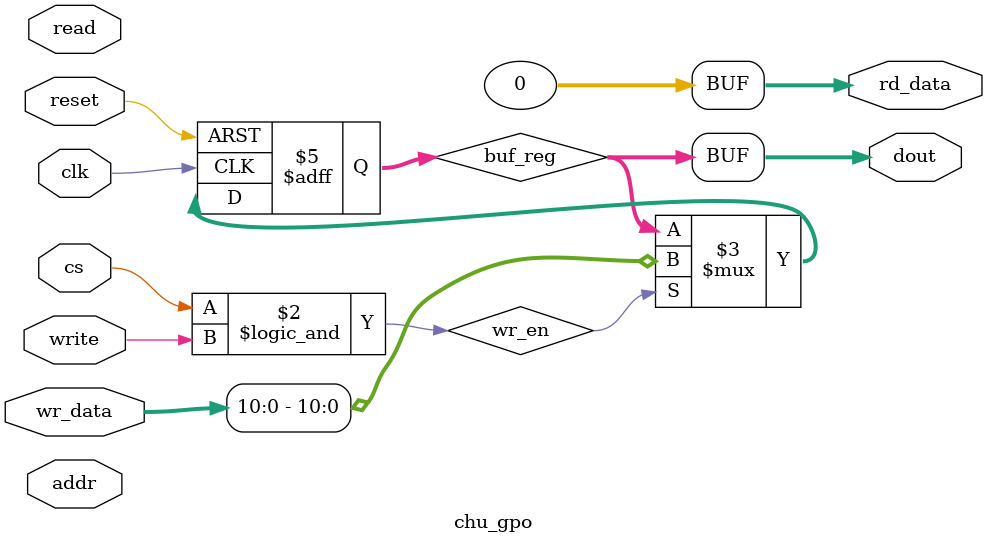
<source format=sv>
module chu_gpo
   #(parameter W = 8)  // width of output port
   (
    input  logic clk,
    input  logic reset,
    // slot interface
    input  logic cs,
    input  logic read,
    input  logic write,
    input  logic [4:0] addr,
    input  logic [31:0] wr_data,
    output logic [31:0] rd_data,
    // external port    
    output logic [10:0] dout
   );

   // declaration
   logic [10:0] buf_reg;
   logic wr_en;

   // body
   // output buffer register
   always_ff @(posedge clk, posedge reset)
      if (reset)
         buf_reg <= 0;
      else   begin
         if (wr_en)
            buf_reg <= wr_data[10:0];
      end
            
            
   // decoding logic 
   assign wr_en = cs && write;
   // slot read interface
   assign rd_data =  0;
   // external output  
   assign dout = buf_reg;
endmodule
       




</source>
